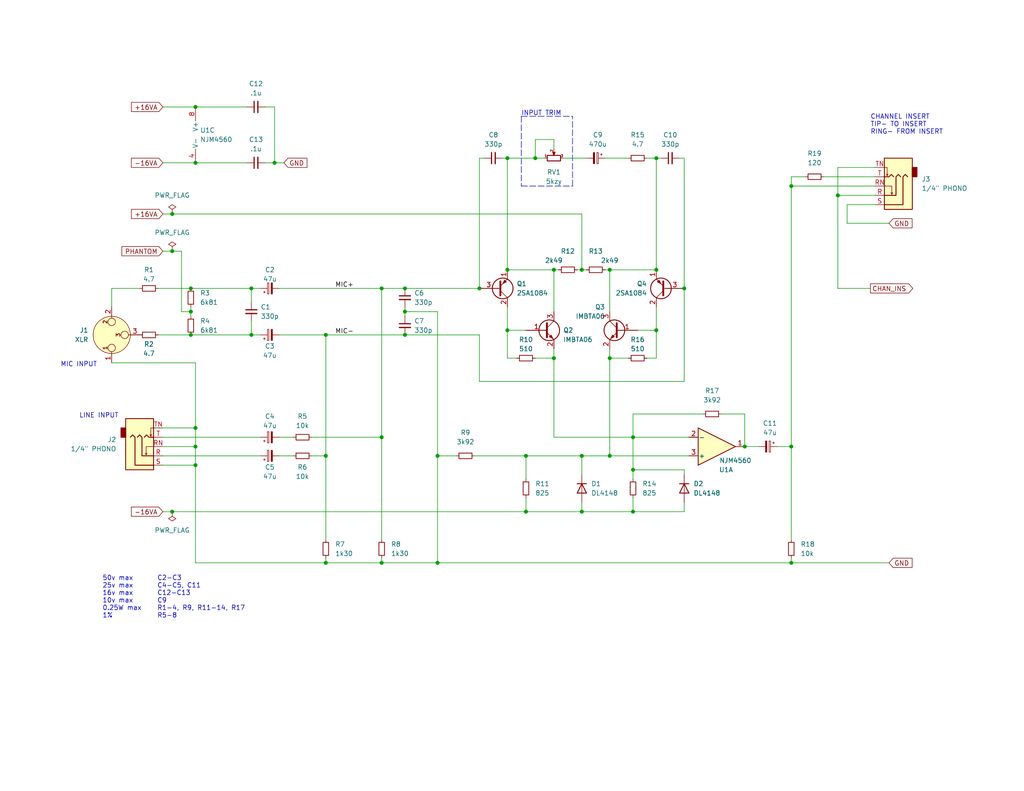
<source format=kicad_sch>
(kicad_sch (version 20211123) (generator eeschema)
  (paper "USLetter")
  (title_block (title "Mackie 1604VLZ Channel Input Stage") (date "2022-11-16") (rev "0"))
  (lib_symbols
    (symbol "Amplifier_Operational:NJM4560" (pin_names (offset 0.127))
      (property "Reference" "U" (at 0 5.08 0))
      (property "Value" "NJM4560" (at 0 -5.08 0))
      (symbol "NJM4560_1_1"
        (polyline (pts (xy -5.08 5.08) (xy 5.08 0) (xy -5.08 -5.08) (xy -5.08 5.08)) (stroke (width 0.254)) (fill (type background)))
        (pin output line (at 7.62 0 180) (length 2.54) (name "~") (number "1"))
        (pin input line (at -7.62 -2.54 0) (length 2.54) (name "-") (number "2"))
        (pin input line (at -7.62 2.54 0) (length 2.54) (name "+") (number "3"))
      )
      (symbol "NJM4560_2_1"
        (polyline (pts (xy -5.08 5.08) (xy 5.08 0) (xy -5.08 -5.08) (xy -5.08 5.08)) (stroke (width 0.254)) (fill (type background)))
        (pin input line (at -7.62 2.54 0) (length 2.54) (name "+") (number "5"))
        (pin input line (at -7.62 -2.54 0) (length 2.54) (name "-") (number "6"))
        (pin output line (at 7.62 0 180) (length 2.54) (name "~") (number "7"))
      )
      (symbol "NJM4560_3_1"
        (pin power_in line (at -2.54 -7.62 90) (length 3.81) (name "V-") (number "4"))
        (pin power_in line (at -2.54 7.62 270) (length 3.81) (name "V+") (number "8"))
      )
    )
    (symbol "Connector:AudioJack3_SwitchTR"
      (property "Reference" "J" (at 0 8.89 0))
      (property "Value" "AudioJack3_SwitchTR" (at 0 6.35 0))
      (symbol "AudioJack3_SwitchTR_0_1"
        (rectangle (start -5.08 -5.08) (end -6.35 -7.62) (stroke (width 0.254)) (fill (type outline)))
        (polyline (pts (xy 0.508 -0.254) (xy 0.762 -0.762)))
        (polyline (pts (xy 1.778 -5.334) (xy 2.032 -5.842)))
        (polyline (pts (xy 0 -5.08) (xy 0.635 -5.715) (xy 1.27 -5.08) (xy 2.54 -5.08)) (stroke (width 0.254)))
        (polyline (pts (xy 2.54 -7.62) (xy 1.778 -7.62) (xy 1.778 -5.334) (xy 1.524 -5.842)))
        (polyline (pts (xy 2.54 -2.54) (xy 0.508 -2.54) (xy 0.508 -0.254) (xy 0.254 -0.762)))
        (polyline (pts (xy -1.905 -5.08) (xy -1.27 -5.715) (xy -0.635 -5.08) (xy -0.635 0) (xy 2.54 0)) (stroke (width 0.254)))
        (polyline (pts (xy 2.54 2.54) (xy -2.54 2.54) (xy -2.54 -5.08) (xy -3.175 -5.715) (xy -3.81 -5.08)) (stroke (width 0.254)))
        (rectangle (start 2.54 3.81) (end -5.08 -10.16) (stroke (width 0.254)) (fill (type background)))
      )
      (symbol "AudioJack3_SwitchTR_1_1"
        (pin passive line (at 5.08 0 180) (length 2.54) (name "~") (number "R"))
        (pin passive line (at 5.08 -2.54 180) (length 2.54) (name "~") (number "RN"))
        (pin passive line (at 5.08 2.54 180) (length 2.54) (name "~") (number "S"))
        (pin passive line (at 5.08 -5.08 180) (length 2.54) (name "~") (number "T"))
        (pin passive line (at 5.08 -7.62 180) (length 2.54) (name "~") (number "TN"))
      )
    )
    (symbol "Connector:XLR3" (pin_names hide)
      (property "Reference" "J" (at 0 8.89 0))
      (property "Value" "XLR3" (at 0 6.35 0))
      (symbol "XLR3_0_1"
        (circle (center -3.556 0) (radius 1.016))
        (circle (center 0 -3.556) (radius 1.016))
        (polyline (pts (xy -5.08 0) (xy -4.572 0)))
        (polyline (pts (xy 0 -5.08) (xy 0 -4.572)))
        (polyline (pts (xy 5.08 0) (xy 4.572 0)))
        (circle (center 0 0) (radius 5.08) (fill (type background)))
        (circle (center 3.556 0) (radius 1.016))
        (text "1" (at -3.556 1.778 0) (effects (font (size 1.016 1.016) bold)))
        (text "2" (at 3.556 1.778 0) (effects (font (size 1.016 1.016) bold)))
        (text "3" (at 0 -1.778 0) (effects (font (size 1.016 1.016) bold)))
        (pin passive line (at -7.62 0 0) (length 2.54) (name "~") (number "1"))
        (pin passive line (at 7.62 0 180) (length 2.54) (name "~") (number "2"))
        (pin passive line (at 0 -7.62 90) (length 2.54) (name "~") (number "3"))
      )
    )
    (symbol "Device:C_Polarized_Small" (pin_numbers hide) (pin_names (offset 0.254) hide)
      (property "Reference" "C" (at 0.254 1.778 0))
      (property "Value" "C_Polarized_Small" (at 0.254 -2.032 0))
      (symbol "C_Polarized_Small_0_1"
        (rectangle (start -1.524 -0.3048) (end 1.524 -0.6858) (fill (type outline)))
        (rectangle (start -1.524 0.6858) (end 1.524 0.3048))
        (polyline (pts (xy -1.27 1.524) (xy -0.762 1.524)))
        (polyline (pts (xy -1.016 1.27) (xy -1.016 1.778)))
      )
      (symbol "C_Polarized_Small_1_1"
        (pin passive line (at 0 2.54 270) (length 1.8542) (name "~") (number "1"))
        (pin passive line (at 0 -2.54 90) (length 1.8542) (name "~") (number "2"))
      )
    )
    (symbol "Device:C_Small" (pin_numbers hide) (pin_names (offset 0.254) hide)
      (property "Reference" "C" (at 0.254 1.778 0))
      (property "Value" "C_Small" (at 0.254 -2.032 0))
      (symbol "C_Small_0_1"
        (polyline (pts (xy -1.524 -0.508) (xy 1.524 -0.508)) (stroke (width 0.3302)))
        (polyline (pts (xy -1.524 0.508) (xy 1.524 0.508)) (stroke (width 0.3048)))
      )
      (symbol "C_Small_1_1"
        (pin passive line (at 0 2.54 270) (length 2.032) (name "~") (number "1"))
        (pin passive line (at 0 -2.54 90) (length 2.032) (name "~") (number "2"))
      )
    )
    (symbol "Device:D" (pin_numbers hide) (pin_names (offset 1.016) hide)
      (property "Reference" "D" (at 0 2.54 0))
      (property "Value" "D" (at 0 -2.54 0))
      (symbol "D_0_1"
        (polyline (pts (xy -1.27 1.27) (xy -1.27 -1.27)) (stroke (width 0.254)))
        (polyline (pts (xy 1.27 0) (xy -1.27 0)))
        (polyline (pts (xy 1.27 1.27) (xy 1.27 -1.27) (xy -1.27 0) (xy 1.27 1.27)) (stroke (width 0.254)))
      )
      (symbol "D_1_1"
        (pin passive line (at -3.81 0 0) (length 2.54) (name "K") (number "1"))
        (pin passive line (at 3.81 0 180) (length 2.54) (name "A") (number "2"))
      )
    )
    (symbol "Device:Q_NPN_BEC" (pin_names (offset 0) hide)
      (property "Reference" "Q" (at 5.08 1.27 0))
      (property "Value" "Q_NPN_BEC" (at 5.08 -1.27 0))
      (symbol "Q_NPN_BEC_0_1"
        (polyline (pts (xy 0.635 0.635) (xy 2.54 2.54)))
        (polyline (pts (xy 0.635 -0.635) (xy 2.54 -2.54) (xy 2.54 -2.54)))
        (polyline (pts (xy 0.635 1.905) (xy 0.635 -1.905) (xy 0.635 -1.905)) (stroke (width 0.508)))
        (polyline (pts (xy 1.27 -1.778) (xy 1.778 -1.27) (xy 2.286 -2.286) (xy 1.27 -1.778) (xy 1.27 -1.778)) (fill (type outline)))
        (circle (center 1.27 0) (radius 2.8194) (stroke (width 0.254)))
      )
      (symbol "Q_NPN_BEC_1_1"
        (pin input line (at -5.08 0 0) (length 5.715) (name "B") (number "1"))
        (pin passive line (at 2.54 -5.08 90) (length 2.54) (name "E") (number "2"))
        (pin passive line (at 2.54 5.08 270) (length 2.54) (name "C") (number "3"))
      )
    )
    (symbol "Device:R_Potentiometer_Small" (pin_names (offset 1.016) hide)
      (property "Reference" "RV" (at -4.445 0 90))
      (property "Value" "R_Potentiometer_Small" (at -2.54 0 90))
      (symbol "R_Potentiometer_Small_0_1"
        (polyline (pts (xy 0.889 0) (xy 0.635 0) (xy 1.651 0.381) (xy 1.651 -0.381) (xy 0.635 0) (xy 0.889 0)) (fill (type outline)))
        (rectangle (start 0.762 1.8034) (end -0.762 -1.8034) (stroke (width 0.254)))
      )
      (symbol "R_Potentiometer_Small_1_1"
        (pin passive line (at 0 2.54 270) (length 0.635) (name "1") (number "1"))
        (pin passive line (at 2.54 0 180) (length 0.9906) (name "2") (number "2"))
        (pin passive line (at 0 -2.54 90) (length 0.635) (name "3") (number "3"))
      )
    )
    (symbol "Device:R_Small" (pin_numbers hide) (pin_names (offset 0.254) hide)
      (property "Reference" "R" (at 0.762 0.508 0))
      (property "Value" "R_Small" (at 0.762 -1.016 0))
      (symbol "R_Small_0_1"
        (rectangle (start -0.762 1.778) (end 0.762 -1.778) (stroke (width 0.2032)))
      )
      (symbol "R_Small_1_1"
        (pin passive line (at 0 2.54 270) (length 0.762) (name "~") (number "1"))
        (pin passive line (at 0 -2.54 90) (length 0.762) (name "~") (number "2"))
      )
    )
    (symbol "Transistor_BJT:2SA1084" (pin_names (offset 0) hide)
      (property "Reference" "Q" (at 5.08 1.905 0))
      (property "Value" "2SA1084" (at 5.08 0 0))
      (symbol "2SA1084_0_1"
        (polyline (pts (xy 0 0) (xy 0.635 0)))
        (polyline (pts (xy 2.54 -2.54) (xy 0.635 -0.635)))
        (polyline (pts (xy 2.54 2.54) (xy 0.635 0.635)))
        (polyline (pts (xy 0.635 1.905) (xy 0.635 -1.905) (xy 0.635 -1.905)) (stroke (width 0.508)) (fill (type outline)))
        (polyline (pts (xy 1.778 -2.286) (xy 2.286 -1.778) (xy 1.27 -1.27) (xy 1.778 -2.286) (xy 1.778 -2.286)) (fill (type outline)))
        (circle (center 1.27 0) (radius 2.8194) (stroke (width 0.254)))
      )
      (symbol "2SA1084_1_1"
        (pin passive line (at 2.54 -5.08 90) (length 2.54) (name "E") (number "1"))
        (pin passive line (at 2.54 5.08 270) (length 2.54) (name "C") (number "2"))
        (pin input line (at -5.08 0 0) (length 5.08) (name "B") (number "3"))
      )
    )
    (symbol "power:PWR_FLAG" (power) (pin_numbers hide) (pin_names (offset 0) hide)
      (property "Value" "PWR_FLAG" (at 0 3.81 0))
      (symbol "PWR_FLAG_0_0"
        (pin power_out line (at 0 0 90) (length 0) (name "pwr") (number "1"))
      )
      (symbol "PWR_FLAG_0_1"
        (polyline (pts (xy 0 0) (xy 0 1.27) (xy -1.016 1.905) (xy 0 2.54) (xy 1.016 1.905) (xy 0 1.27)))
      )
    )
  )
  (junction (at 119.38 124.46))
  (junction (at 68.58 91.44))
  (junction (at 46.99 58.42))
  (junction (at 203.2 121.92))
  (junction (at 172.72 128.27))
  (junction (at 166.37 73.66))
  (junction (at 158.75 139.7))
  (junction (at 151.13 97.79))
  (junction (at 68.58 78.74))
  (junction (at 46.99 139.7))
  (junction (at 52.07 78.74))
  (junction (at 143.51 139.7))
  (junction (at 215.9 50.8))
  (junction (at 228.6 53.34))
  (junction (at 52.07 91.44))
  (junction (at 143.51 124.46))
  (junction (at 52.07 85.09))
  (junction (at 158.75 124.46))
  (junction (at 172.72 119.38))
  (junction (at 74.93 44.45))
  (junction (at 215.9 153.67))
  (junction (at 172.72 139.7))
  (junction (at 215.9 121.92))
  (junction (at 138.43 73.66))
  (junction (at 88.9 124.46))
  (junction (at 146.05 43.18))
  (junction (at 130.81 78.74))
  (junction (at 179.07 90.17))
  (junction (at 104.14 153.67))
  (junction (at 151.13 73.66))
  (junction (at 104.14 119.38))
  (junction (at 110.49 78.74))
  (junction (at 166.37 97.79))
  (junction (at 53.34 116.84))
  (junction (at 53.34 29.21))
  (junction (at 179.07 73.66))
  (junction (at 53.34 127))
  (junction (at 138.43 43.18))
  (junction (at 53.34 44.45))
  (junction (at 119.38 153.67))
  (junction (at 88.9 91.44))
  (junction (at 104.14 78.74))
  (junction (at 46.99 68.58))
  (junction (at 186.69 78.74))
  (junction (at 53.34 121.92))
  (junction (at 138.43 90.17))
  (junction (at 158.75 73.66))
  (junction (at 110.49 91.44))
  (junction (at 166.37 124.46))
  (junction (at 110.49 85.09))
  (junction (at 88.9 153.67))
  (junction (at 179.07 43.18))
  (wire (pts (xy 88.9 153.67) (xy 104.14 153.67)))
  (wire (pts (xy 74.93 29.21) (xy 72.39 29.21)))
  (wire (pts (xy 186.69 104.14) (xy 186.69 78.74)))
  (wire (pts (xy 172.72 135.89) (xy 172.72 139.7)))
  (wire (pts (xy 158.75 139.7) (xy 158.75 137.16)))
  (wire (pts (xy 52.07 85.09) (xy 52.07 83.82)))
  (wire (pts (xy 44.45 127) (xy 53.34 127)))
  (wire (pts (xy 146.05 38.1) (xy 151.13 38.1)))
  (wire (pts (xy 158.75 139.7) (xy 172.72 139.7)))
  (wire (pts (xy 146.05 43.18) (xy 148.59 43.18)))
  (wire (pts (xy 49.53 68.58) (xy 49.53 85.09)))
  (wire (pts (xy 68.58 87.63) (xy 68.58 91.44)))
  (wire (pts (xy 231.14 60.96) (xy 242.57 60.96)))
  (wire (pts (xy 53.34 153.67) (xy 88.9 153.67)))
  (wire (pts (xy 44.45 121.92) (xy 53.34 121.92)))
  (wire (pts (xy 53.34 121.92) (xy 53.34 127)))
  (wire (pts (xy 166.37 97.79) (xy 166.37 124.46)))
  (wire (pts (xy 186.69 139.7) (xy 186.69 137.16)))
  (wire (pts (xy 138.43 43.18) (xy 146.05 43.18)))
  (wire (pts (xy 158.75 73.66) (xy 157.48 73.66)))
  (wire (pts (xy 151.13 85.09) (xy 151.13 73.66)))
  (wire (pts (xy 46.99 58.42) (xy 158.75 58.42)))
  (wire (pts (xy 110.49 85.09) (xy 119.38 85.09)))
  (wire (pts (xy 44.45 116.84) (xy 53.34 116.84)))
  (polyline (pts (xy 142.24 31.75) (xy 142.24 50.8)))
  (wire (pts (xy 231.14 55.88) (xy 231.14 60.96)))
  (wire (pts (xy 43.18 78.74) (xy 52.07 78.74)))
  (wire (pts (xy 46.99 68.58) (xy 49.53 68.58)))
  (wire (pts (xy 43.18 91.44) (xy 52.07 91.44)))
  (wire (pts (xy 76.2 91.44) (xy 88.9 91.44)))
  (wire (pts (xy 158.75 129.54) (xy 158.75 124.46)))
  (wire (pts (xy 143.51 130.81) (xy 143.51 124.46)))
  (wire (pts (xy 172.72 128.27) (xy 186.69 128.27)))
  (wire (pts (xy 74.93 44.45) (xy 72.39 44.45)))
  (wire (pts (xy 166.37 124.46) (xy 187.96 124.46)))
  (polyline (pts (xy 142.24 50.8) (xy 156.21 50.8)))
  (wire (pts (xy 228.6 78.74) (xy 237.49 78.74)))
  (wire (pts (xy 166.37 97.79) (xy 171.45 97.79)))
  (wire (pts (xy 146.05 43.18) (xy 146.05 38.1)))
  (wire (pts (xy 68.58 91.44) (xy 71.12 91.44)))
  (wire (pts (xy 30.48 78.74) (xy 38.1 78.74)))
  (wire (pts (xy 76.2 119.38) (xy 80.01 119.38)))
  (polyline (pts (xy 156.21 50.8) (xy 156.21 31.75)))
  (wire (pts (xy 152.4 73.66) (xy 151.13 73.66)))
  (wire (pts (xy 88.9 91.44) (xy 110.49 91.44)))
  (wire (pts (xy 153.67 43.18) (xy 160.02 43.18)))
  (wire (pts (xy 138.43 97.79) (xy 138.43 90.17)))
  (wire (pts (xy 151.13 38.1) (xy 151.13 40.64)))
  (wire (pts (xy 140.97 97.79) (xy 138.43 97.79)))
  (wire (pts (xy 53.34 29.21) (xy 67.31 29.21)))
  (wire (pts (xy 186.69 129.54) (xy 186.69 128.27)))
  (wire (pts (xy 176.53 43.18) (xy 179.07 43.18)))
  (wire (pts (xy 228.6 53.34) (xy 228.6 78.74)))
  (wire (pts (xy 88.9 91.44) (xy 88.9 124.46)))
  (wire (pts (xy 180.34 43.18) (xy 179.07 43.18)))
  (wire (pts (xy 151.13 97.79) (xy 146.05 97.79)))
  (wire (pts (xy 215.9 147.32) (xy 215.9 121.92)))
  (wire (pts (xy 165.1 73.66) (xy 166.37 73.66)))
  (wire (pts (xy 185.42 43.18) (xy 186.69 43.18)))
  (wire (pts (xy 132.08 43.18) (xy 130.81 43.18)))
  (wire (pts (xy 172.72 128.27) (xy 172.72 119.38)))
  (wire (pts (xy 76.2 78.74) (xy 104.14 78.74)))
  (wire (pts (xy 44.45 44.45) (xy 53.34 44.45)))
  (wire (pts (xy 238.76 55.88) (xy 231.14 55.88)))
  (wire (pts (xy 215.9 121.92) (xy 215.9 50.8)))
  (wire (pts (xy 110.49 91.44) (xy 130.81 91.44)))
  (wire (pts (xy 44.45 124.46) (xy 71.12 124.46)))
  (wire (pts (xy 172.72 119.38) (xy 172.72 113.03)))
  (wire (pts (xy 104.14 78.74) (xy 110.49 78.74)))
  (wire (pts (xy 44.45 58.42) (xy 46.99 58.42)))
  (wire (pts (xy 129.54 124.46) (xy 143.51 124.46)))
  (wire (pts (xy 52.07 91.44) (xy 68.58 91.44)))
  (wire (pts (xy 85.09 119.38) (xy 104.14 119.38)))
  (wire (pts (xy 119.38 124.46) (xy 119.38 153.67)))
  (wire (pts (xy 88.9 152.4) (xy 88.9 153.67)))
  (wire (pts (xy 76.2 124.46) (xy 80.01 124.46)))
  (wire (pts (xy 215.9 153.67) (xy 215.9 152.4)))
  (wire (pts (xy 179.07 43.18) (xy 179.07 73.66)))
  (wire (pts (xy 158.75 124.46) (xy 166.37 124.46)))
  (wire (pts (xy 207.01 121.92) (xy 203.2 121.92)))
  (wire (pts (xy 238.76 45.72) (xy 228.6 45.72)))
  (wire (pts (xy 44.45 119.38) (xy 71.12 119.38)))
  (wire (pts (xy 49.53 85.09) (xy 52.07 85.09)))
  (wire (pts (xy 85.09 124.46) (xy 88.9 124.46)))
  (wire (pts (xy 119.38 153.67) (xy 215.9 153.67)))
  (wire (pts (xy 104.14 119.38) (xy 104.14 147.32)))
  (wire (pts (xy 130.81 91.44) (xy 130.81 104.14)))
  (wire (pts (xy 137.16 43.18) (xy 138.43 43.18)))
  (wire (pts (xy 53.34 153.67) (xy 53.34 127)))
  (wire (pts (xy 52.07 86.36) (xy 52.07 85.09)))
  (wire (pts (xy 110.49 85.09) (xy 110.49 83.82)))
  (wire (pts (xy 215.9 48.26) (xy 219.71 48.26)))
  (wire (pts (xy 68.58 82.55) (xy 68.58 78.74)))
  (wire (pts (xy 165.1 43.18) (xy 171.45 43.18)))
  (wire (pts (xy 158.75 58.42) (xy 158.75 73.66)))
  (wire (pts (xy 104.14 153.67) (xy 119.38 153.67)))
  (wire (pts (xy 77.47 44.45) (xy 74.93 44.45)))
  (wire (pts (xy 44.45 68.58) (xy 46.99 68.58)))
  (wire (pts (xy 203.2 113.03) (xy 203.2 121.92)))
  (wire (pts (xy 228.6 45.72) (xy 228.6 53.34)))
  (wire (pts (xy 138.43 90.17) (xy 138.43 83.82)))
  (wire (pts (xy 151.13 97.79) (xy 151.13 95.25)))
  (wire (pts (xy 172.72 119.38) (xy 187.96 119.38)))
  (wire (pts (xy 166.37 97.79) (xy 166.37 95.25)))
  (wire (pts (xy 104.14 152.4) (xy 104.14 153.67)))
  (wire (pts (xy 88.9 124.46) (xy 88.9 147.32)))
  (wire (pts (xy 74.93 29.21) (xy 74.93 44.45)))
  (wire (pts (xy 179.07 90.17) (xy 179.07 83.82)))
  (wire (pts (xy 166.37 85.09) (xy 166.37 73.66)))
  (wire (pts (xy 143.51 139.7) (xy 143.51 135.89)))
  (wire (pts (xy 110.49 86.36) (xy 110.49 85.09)))
  (polyline (pts (xy 142.24 31.75) (xy 156.21 31.75)))
  (wire (pts (xy 172.72 113.03) (xy 191.77 113.03)))
  (wire (pts (xy 110.49 78.74) (xy 130.81 78.74)))
  (wire (pts (xy 130.81 43.18) (xy 130.81 78.74)))
  (wire (pts (xy 68.58 78.74) (xy 71.12 78.74)))
  (wire (pts (xy 172.72 128.27) (xy 172.72 130.81)))
  (wire (pts (xy 138.43 73.66) (xy 138.43 43.18)))
  (wire (pts (xy 44.45 139.7) (xy 46.99 139.7)))
  (wire (pts (xy 52.07 78.74) (xy 68.58 78.74)))
  (wire (pts (xy 166.37 73.66) (xy 179.07 73.66)))
  (wire (pts (xy 44.45 29.21) (xy 53.34 29.21)))
  (wire (pts (xy 119.38 85.09) (xy 119.38 124.46)))
  (wire (pts (xy 143.51 139.7) (xy 158.75 139.7)))
  (wire (pts (xy 151.13 97.79) (xy 151.13 119.38)))
  (wire (pts (xy 186.69 43.18) (xy 186.69 78.74)))
  (wire (pts (xy 151.13 73.66) (xy 138.43 73.66)))
  (wire (pts (xy 179.07 97.79) (xy 179.07 90.17)))
  (wire (pts (xy 30.48 99.06) (xy 53.34 99.06)))
  (wire (pts (xy 228.6 53.34) (xy 238.76 53.34)))
  (wire (pts (xy 173.99 90.17) (xy 179.07 90.17)))
  (wire (pts (xy 30.48 83.82) (xy 30.48 78.74)))
  (wire (pts (xy 151.13 119.38) (xy 172.72 119.38)))
  (wire (pts (xy 124.46 124.46) (xy 119.38 124.46)))
  (wire (pts (xy 130.81 104.14) (xy 186.69 104.14)))
  (wire (pts (xy 215.9 50.8) (xy 215.9 48.26)))
  (wire (pts (xy 143.51 124.46) (xy 158.75 124.46)))
  (wire (pts (xy 104.14 78.74) (xy 104.14 119.38)))
  (wire (pts (xy 196.85 113.03) (xy 203.2 113.03)))
  (wire (pts (xy 160.02 73.66) (xy 158.75 73.66)))
  (wire (pts (xy 53.34 116.84) (xy 53.34 121.92)))
  (wire (pts (xy 215.9 153.67) (xy 242.57 153.67)))
  (wire (pts (xy 53.34 99.06) (xy 53.34 116.84)))
  (wire (pts (xy 46.99 139.7) (xy 143.51 139.7)))
  (wire (pts (xy 67.31 44.45) (xy 53.34 44.45)))
  (wire (pts (xy 172.72 139.7) (xy 186.69 139.7)))
  (wire (pts (xy 212.09 121.92) (xy 215.9 121.92)))
  (wire (pts (xy 215.9 50.8) (xy 238.76 50.8)))
  (wire (pts (xy 143.51 90.17) (xy 138.43 90.17)))
  (wire (pts (xy 176.53 97.79) (xy 179.07 97.79)))
  (wire (pts (xy 224.79 48.26) (xy 238.76 48.26)))
  (text "50v max		C2-C3\n25v max		C4-C5, C11\n16v max		C12-C13\n10v max		C9\n0.25W max 	R1-4, R9, R11-14, R17\n1%			R5-8" (at 27.94 168.91 0) (effects (font (size 1.27 1.27)) (justify left bottom)))
  (text "CHANNEL INSERT\nTIP- TO INSERT\nRING- FROM INSERT" (at 237.49 36.83 0) (effects (font (size 1.27 1.27)) (justify left bottom)))
  (text "LINE INPUT" (at 21.59 114.3 0) (effects (font (size 1.27 1.27)) (justify left bottom)))
  (text "MIC INPUT" (at 16.51 100.33 0) (effects (font (size 1.27 1.27)) (justify left bottom)))
  (text "INPUT TRIM" (at 142.24 31.75 0) (effects (font (size 1.27 1.27)) (justify left bottom)))
  (label "MIC-" (at 91.44 91.44 0))
  (label "MIC+" (at 91.44 78.74 0))
  (global_label "CHAN_INS" (shape output) (at 237.49 78.74 0) (property "Intersheet References" "${INTERSHEET_REFS}" (effects hide)))
  (global_label "-16VA" (shape input) (at 44.45 139.7 180) (property "Intersheet References" "${INTERSHEET_REFS}" (effects hide)))
  (global_label "+16VA" (shape input) (at 44.45 29.21 180) (property "Intersheet References" "${INTERSHEET_REFS}" (effects hide)))
  (global_label "GND" (shape input) (at 242.57 153.67 0) (property "Intersheet References" "${INTERSHEET_REFS}" (effects hide)))
  (global_label "GND" (shape input) (at 77.47 44.45 0) (property "Intersheet References" "${INTERSHEET_REFS}" (effects hide)))
  (global_label "GND" (shape input) (at 242.57 60.96 0) (property "Intersheet References" "${INTERSHEET_REFS}" (effects hide)))
  (global_label "PHANTOM" (shape input) (at 44.45 68.58 180) (property "Intersheet References" "${INTERSHEET_REFS}" (effects hide)))
  (global_label "-16VA" (shape input) (at 44.45 44.45 180) (property "Intersheet References" "${INTERSHEET_REFS}" (effects hide)))
  (global_label "+16VA" (shape input) (at 44.45 58.42 180) (property "Intersheet References" "${INTERSHEET_REFS}" (effects hide)))
  (symbol (lib_id "Device:R_Small") (at 194.31 113.03 90) (unit 1)
    (property "Reference" "R17" (at 194.31 106.68 90))
    (property "Value" "3k92" (at 194.31 109.22 90))
  )
  (symbol (lib_id "Device:R_Small") (at 215.9 149.86 0) (unit 1)
    (property "Reference" "R18" (at 218.44 148.5899 0) (effects (justify left)))
    (property "Value" "10k" (at 218.44 151.1299 0) (effects (justify left)))
  )
  (symbol (lib_id "Device:R_Small") (at 222.25 48.26 90) (unit 1)
    (property "Reference" "R19" (at 222.25 41.91 90))
    (property "Value" "120" (at 222.25 44.45 90))
  )
  (symbol (lib_id "Device:C_Small") (at 69.85 29.21 90) (unit 1)
    (property "Reference" "C12" (at 69.8563 22.86 90))
    (property "Value" ".1u" (at 69.8563 25.4 90))
  )
  (symbol (lib_id "Device:R_Small") (at 154.94 73.66 90) (unit 1)
    (property "Reference" "R12" (at 154.94 68.58 90))
    (property "Value" "2k49" (at 151.13 71.12 90))
  )
  (symbol (lib_id "Device:C_Small") (at 110.49 81.28 0) (unit 1)
    (property "Reference" "C6" (at 113.03 80.0162 0) (effects (justify left)))
    (property "Value" "330p" (at 113.03 82.5562 0) (effects (justify left)))
  )
  (symbol (lib_id "Device:D") (at 158.75 133.35 270) (unit 1)
    (property "Reference" "D1" (at 161.29 132.0799 90) (effects (justify left)))
    (property "Value" "DL4148" (at 161.29 134.6199 90) (effects (justify left)))
  )
  (symbol (lib_id "Device:C_Polarized_Small") (at 73.66 119.38 90) (unit 1)
    (property "Reference" "C4" (at 73.6315 113.669 90))
    (property "Value" "47u" (at 73.6315 116.209 90))
  )
  (symbol (lib_id "Device:C_Polarized_Small") (at 162.56 43.18 270) (unit 1)
    (property "Reference" "C9" (at 163.1061 36.83 90))
    (property "Value" "470u" (at 163.1061 39.37 90))
  )
  (symbol (lib_id "Device:R_Small") (at 88.9 149.86 0) (unit 1)
    (property "Reference" "R7" (at 91.44 148.5899 0) (effects (justify left)))
    (property "Value" "1k30" (at 91.44 151.1299 0) (effects (justify left)))
  )
  (symbol (lib_id "Device:C_Small") (at 68.58 85.09 0) (unit 1)
    (property "Reference" "C1" (at 71.12 83.8262 0) (effects (justify left)))
    (property "Value" "330p" (at 71.12 86.3662 0) (effects (justify left)))
  )
  (symbol (lib_id "Amplifier_Operational:NJM4560") (at 195.58 121.92 0) (mirror x) (unit 1)
    (property "Reference" "U1" (at 198.12 128.27 0))
    (property "Value" "NJM4560" (at 200.66 125.73 0))
    (property "Datasheet" "http://www.njr.com/semicon/PDF/NJM4560_E.pdf" (effects hide))
  )
  (symbol (lib_id "power:PWR_FLAG") (at 46.99 139.7 180) (unit 1)
    (property "Reference" "#FLG02" (effects hide))
    (property "Value" "PWR_FLAG" (at 46.99 144.78 0))
  )
  (symbol (lib_id "Amplifier_Operational:NJM4560") (at 55.88 36.83 0) (unit 3)
    (property "Reference" "U1" (at 54.61 35.5599 0) (effects (justify left)))
    (property "Value" "NJM4560" (at 54.61 38.0999 0) (effects (justify left)))
    (property "Datasheet" "http://www.njr.com/semicon/PDF/NJM4560_E.pdf" (effects hide))
  )
  (symbol (lib_id "Device:R_Small") (at 173.99 97.79 90) (unit 1)
    (property "Reference" "R16" (at 173.99 92.71 90))
    (property "Value" "510" (at 173.99 95.25 90))
  )
  (symbol (lib_id "Device:C_Polarized_Small") (at 73.66 91.44 90) (unit 1)
    (property "Reference" "C3" (at 73.6158 94.5116 90))
    (property "Value" "47u" (at 73.6158 97.0516 90))
  )
  (symbol (lib_id "Connector:AudioJack3_SwitchTR") (at 243.84 53.34 180) (unit 1)
    (property "Reference" "J3" (at 251.46 48.8949 0) (effects (justify right)))
    (property "Value" "1/4\" PHONO" (at 251.46 51.4349 0) (effects (justify right)))
  )
  (symbol (lib_id "Device:R_Small") (at 143.51 133.35 0) (unit 1)
    (property "Reference" "R11" (at 146.05 132.0799 0) (effects (justify left)))
    (property "Value" "825" (at 146.05 134.6199 0) (effects (justify left)))
  )
  (symbol (lib_id "Device:C_Polarized_Small") (at 73.66 78.74 90) (unit 1)
    (property "Reference" "C2" (at 73.66 73.66 90))
    (property "Value" "47u" (at 73.66 76.2 90))
  )
  (symbol (lib_id "power:PWR_FLAG") (at 46.99 68.58 0) (unit 1)
    (property "Reference" "#FLG01" (effects hide))
    (property "Value" "PWR_FLAG" (at 46.99 63.5 0))
  )
  (symbol (lib_id "Device:Q_NPN_BEC") (at 168.91 90.17 0) (mirror y) (unit 1)
    (property "Reference" "Q3" (at 165.1 83.82 0) (effects (justify left)))
    (property "Value" "IMBTA06" (at 165.1 86.36 0) (effects (justify left)))
  )
  (symbol (lib_id "Connector:XLR3") (at 30.48 91.44 90) (unit 1)
    (property "Reference" "J1" (at 24.13 90.1699 90) (effects (justify left)))
    (property "Value" "XLR" (at 24.13 92.7099 90) (effects (justify left)))
    (property "Datasheet" " ~" (effects hide))
  )
  (symbol (lib_id "Device:C_Small") (at 69.85 44.45 90) (unit 1)
    (property "Reference" "C13" (at 69.8563 38.1 90))
    (property "Value" ".1u" (at 69.8563 40.64 90))
  )
  (symbol (lib_id "Device:R_Small") (at 143.51 97.79 90) (unit 1)
    (property "Reference" "R10" (at 143.51 92.71 90))
    (property "Value" "510" (at 143.51 95.25 90))
  )
  (symbol (lib_id "Device:R_Small") (at 40.64 78.74 90) (unit 1)
    (property "Reference" "R1" (at 40.64 73.66 90))
    (property "Value" "4.7" (at 40.64 76.2 90))
  )
  (symbol (lib_id "Device:R_Small") (at 104.14 149.86 0) (unit 1)
    (property "Reference" "R8" (at 106.68 148.5899 0) (effects (justify left)))
    (property "Value" "1k30" (at 106.68 151.1299 0) (effects (justify left)))
  )
  (symbol (lib_id "Device:R_Small") (at 52.07 88.9 0) (unit 1)
    (property "Reference" "R4" (at 54.61 87.6299 0) (effects (justify left)))
    (property "Value" "6k81" (at 54.61 90.1699 0) (effects (justify left)))
  )
  (symbol (lib_id "Device:C_Polarized_Small") (at 209.55 121.92 270) (unit 1)
    (property "Reference" "C11" (at 210.0961 115.57 90))
    (property "Value" "47u" (at 210.0961 118.11 90))
  )
  (symbol (lib_id "Transistor_BJT:2SA1084") (at 181.61 78.74 180) (unit 1)
    (property "Reference" "Q4" (at 176.53 77.4699 0) (effects (justify left)))
    (property "Value" "2SA1084" (at 176.53 80.0099 0) (effects (justify left)))
    (property "Footprint" "Package_TO_SOT_THT:TO-92_Inline" (effects hide))
    (property "Datasheet" "http://www.datasheetcatalog.org/datasheet/toshiba/905.pdf" (effects hide))
  )
  (symbol (lib_id "Device:R_Small") (at 173.99 43.18 90) (unit 1)
    (property "Reference" "R15" (at 173.99 36.83 90))
    (property "Value" "4.7" (at 173.99 39.37 90))
  )
  (symbol (lib_id "Device:R_Small") (at 40.64 91.44 90) (unit 1)
    (property "Reference" "R2" (at 40.64 93.98 90))
    (property "Value" "4.7" (at 40.64 96.52 90))
  )
  (symbol (lib_id "Device:R_Small") (at 82.55 119.38 90) (unit 1)
    (property "Reference" "R5" (at 82.5215 113.669 90))
    (property "Value" "10k" (at 82.5215 116.209 90))
  )
  (symbol (lib_id "Device:R_Small") (at 172.72 133.35 0) (unit 1)
    (property "Reference" "R14" (at 175.26 132.0799 0) (effects (justify left)))
    (property "Value" "825" (at 175.26 134.6199 0) (effects (justify left)))
  )
  (symbol (lib_id "Device:C_Small") (at 110.49 88.9 0) (unit 1)
    (property "Reference" "C7" (at 113.03 87.6362 0) (effects (justify left)))
    (property "Value" "330p" (at 113.03 90.1762 0) (effects (justify left)))
  )
  (symbol (lib_id "power:PWR_FLAG") (at 46.99 58.42 0) (unit 1)
    (property "Reference" "#FLG0101" (effects hide))
    (property "Value" "PWR_FLAG" (at 46.99 53.34 0))
  )
  (symbol (lib_id "Device:R_Small") (at 52.07 81.28 0) (unit 1)
    (property "Reference" "R3" (at 54.61 80.0099 0) (effects (justify left)))
    (property "Value" "6k81" (at 54.61 82.5499 0) (effects (justify left)))
  )
  (symbol (lib_id "Device:D") (at 186.69 133.35 270) (unit 1)
    (property "Reference" "D2" (at 189.23 132.0799 90) (effects (justify left)))
    (property "Value" "DL4148" (at 189.23 134.6199 90) (effects (justify left)))
  )
  (symbol (lib_id "Transistor_BJT:2SA1084") (at 135.89 78.74 0) (mirror x) (unit 1)
    (property "Reference" "Q1" (at 140.97 77.4699 0) (effects (justify left)))
    (property "Value" "2SA1084" (at 140.97 80.0099 0) (effects (justify left)))
    (property "Footprint" "Package_TO_SOT_THT:TO-92_Inline" (effects hide))
    (property "Datasheet" "http://www.datasheetcatalog.org/datasheet/toshiba/905.pdf" (effects hide))
  )
  (symbol (lib_id "Device:R_Potentiometer_Small") (at 151.13 43.18 90) (unit 1)
    (property "Reference" "RV1" (at 151.13 46.99 90))
    (property "Value" "5kzy" (at 151.13 49.53 90))
  )
  (symbol (lib_id "Device:Q_NPN_BEC") (at 148.59 90.17 0) (unit 1)
    (property "Reference" "Q2" (at 153.67 90.17 0) (effects (justify left)))
    (property "Value" "IMBTA06" (at 153.67 92.71 0) (effects (justify left)))
  )
  (symbol (lib_id "Device:C_Polarized_Small") (at 73.66 124.46 90) (unit 1)
    (property "Reference" "C5" (at 73.6315 127.549 90))
    (property "Value" "47u" (at 73.6315 130.089 90))
  )
  (symbol (lib_id "Device:C_Small") (at 134.62 43.18 90) (unit 1)
    (property "Reference" "C8" (at 134.6263 36.83 90))
    (property "Value" "330p" (at 134.6263 39.37 90))
  )
  (symbol (lib_id "Device:R_Small") (at 127 124.46 90) (unit 1)
    (property "Reference" "R9" (at 127 118.11 90))
    (property "Value" "3k92" (at 127 120.65 90))
  )
  (symbol (lib_id "Device:C_Small") (at 182.88 43.18 90) (unit 1)
    (property "Reference" "C10" (at 182.8863 36.83 90))
    (property "Value" "330p" (at 182.8863 39.37 90))
  )
  (symbol (lib_id "Device:R_Small") (at 162.56 73.66 90) (unit 1)
    (property "Reference" "R13" (at 162.56 68.58 90))
    (property "Value" "2k49" (at 166.37 71.12 90))
  )
  (symbol (lib_id "Connector:AudioJack3_SwitchTR") (at 39.37 124.46 0) (mirror x) (unit 1)
    (property "Reference" "J2" (at 31.75 120.0149 0) (effects (justify right)))
    (property "Value" "1/4\" PHONO" (at 31.75 122.5549 0) (effects (justify right)))
  )
  (symbol (lib_id "Device:R_Small") (at 82.55 124.46 90) (unit 1)
    (property "Reference" "R6" (at 82.5215 127.549 90))
    (property "Value" "10k" (at 82.5215 130.089 90))
  )
)
</source>
